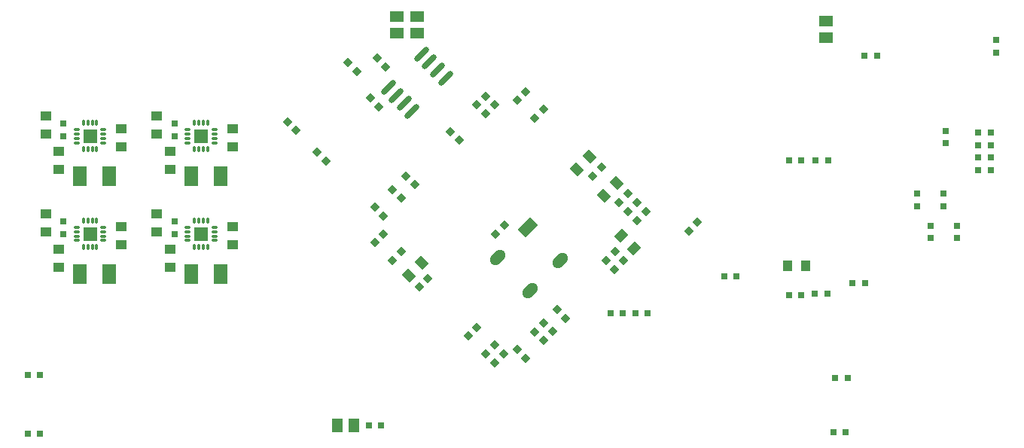
<source format=gbp>
%FSLAX44Y44*%
%MOMM*%
G71*
G01*
G75*
G04 Layer_Color=128*
%ADD10O,1.0000X0.3000*%
%ADD11O,0.3000X1.9000*%
%ADD12P,1.0776X4X180.0*%
%ADD13P,1.0776X4X90.0*%
G04:AMPARAMS|DCode=14|XSize=0.35mm|YSize=1.8mm|CornerRadius=0mm|HoleSize=0mm|Usage=FLASHONLY|Rotation=225.000|XOffset=0mm|YOffset=0mm|HoleType=Round|Shape=Round|*
%AMOVALD14*
21,1,1.4500,0.3500,0.0000,0.0000,315.0*
1,1,0.3500,-0.5127,0.5127*
1,1,0.3500,0.5127,-0.5127*
%
%ADD14OVALD14*%

G04:AMPARAMS|DCode=15|XSize=0.3mm|YSize=1.8mm|CornerRadius=0mm|HoleSize=0mm|Usage=FLASHONLY|Rotation=45.000|XOffset=0mm|YOffset=0mm|HoleType=Round|Shape=Round|*
%AMOVALD15*
21,1,1.5000,0.3000,0.0000,0.0000,135.0*
1,1,0.3000,0.5303,-0.5303*
1,1,0.3000,-0.5303,0.5303*
%
%ADD15OVALD15*%

G04:AMPARAMS|DCode=16|XSize=0.3mm|YSize=1.8mm|CornerRadius=0mm|HoleSize=0mm|Usage=FLASHONLY|Rotation=135.000|XOffset=0mm|YOffset=0mm|HoleType=Round|Shape=Round|*
%AMOVALD16*
21,1,1.5000,0.3000,0.0000,0.0000,225.0*
1,1,0.3000,0.5303,0.5303*
1,1,0.3000,-0.5303,-0.5303*
%
%ADD16OVALD16*%

%ADD17R,0.7620X0.7620*%
%ADD18O,1.7000X0.3500*%
%ADD19C,0.2000*%
%ADD20C,0.3000*%
%ADD21R,2.0555X2.7112*%
%ADD22R,2.1110X2.7620*%
%ADD23R,2.4665X2.5737*%
%ADD24R,2.1650X2.4540*%
%ADD25C,1.7780*%
%ADD26R,1.7780X1.7780*%
%ADD27C,6.3500*%
%ADD28C,1.5240*%
%ADD29R,1.5240X1.5240*%
%ADD30R,1.7780X1.7780*%
%ADD31C,0.5000*%
%ADD32C,0.6600*%
%ADD33C,1.0160*%
%ADD34C,2.0320*%
G04:AMPARAMS|DCode=35|XSize=2.54mm|YSize=2.54mm|CornerRadius=0mm|HoleSize=0mm|Usage=FLASHONLY|Rotation=0.000|XOffset=0mm|YOffset=0mm|HoleType=Round|Shape=Relief|Width=0.254mm|Gap=0.254mm|Entries=4|*
%AMTHD35*
7,0,0,2.5400,2.0320,0.2540,45*
%
%ADD35THD35*%
%ADD36C,4.1160*%
%ADD37C,1.3160*%
G04:AMPARAMS|DCode=38|XSize=1.824mm|YSize=1.824mm|CornerRadius=0mm|HoleSize=0mm|Usage=FLASHONLY|Rotation=0.000|XOffset=0mm|YOffset=0mm|HoleType=Round|Shape=Relief|Width=0.254mm|Gap=0.254mm|Entries=4|*
%AMTHD38*
7,0,0,1.8240,1.3160,0.2540,45*
%
%ADD38THD38*%
G04:AMPARAMS|DCode=39|XSize=1.854mm|YSize=1.854mm|CornerRadius=0mm|HoleSize=0mm|Usage=FLASHONLY|Rotation=0.000|XOffset=0mm|YOffset=0mm|HoleType=Round|Shape=Relief|Width=0.254mm|Gap=0.254mm|Entries=4|*
%AMTHD39*
7,0,0,1.8540,1.3460,0.2540,45*
%
%ADD39THD39*%
%ADD40C,1.3460*%
%ADD41R,1.3000X1.5000*%
%ADD42R,0.7620X0.7620*%
%ADD43R,1.0160X1.2700*%
%ADD44R,1.6000X1.6000*%
%ADD45O,0.3000X0.8000*%
%ADD46O,0.8000X0.3000*%
%ADD47R,1.2700X1.0160*%
G04:AMPARAMS|DCode=48|XSize=1.016mm|YSize=1.27mm|CornerRadius=0mm|HoleSize=0mm|Usage=FLASHONLY|Rotation=45.000|XOffset=0mm|YOffset=0mm|HoleType=Round|Shape=Rectangle|*
%AMROTATEDRECTD48*
4,1,4,0.0898,-0.8082,-0.8082,0.0898,-0.0898,0.8082,0.8082,-0.0898,0.0898,-0.8082,0.0*
%
%ADD48ROTATEDRECTD48*%

G04:AMPARAMS|DCode=49|XSize=1.016mm|YSize=1.27mm|CornerRadius=0mm|HoleSize=0mm|Usage=FLASHONLY|Rotation=135.000|XOffset=0mm|YOffset=0mm|HoleType=Round|Shape=Rectangle|*
%AMROTATEDRECTD49*
4,1,4,0.8082,0.0898,-0.0898,-0.8082,-0.8082,-0.0898,0.0898,0.8082,0.8082,0.0898,0.0*
%
%ADD49ROTATEDRECTD49*%

%ADD50R,1.6500X2.3000*%
G04:AMPARAMS|DCode=51|XSize=1.3mm|YSize=2mm|CornerRadius=0mm|HoleSize=0mm|Usage=FLASHONLY|Rotation=315.000|XOffset=0mm|YOffset=0mm|HoleType=Round|Shape=Round|*
%AMOVALD51*
21,1,0.7000,1.3000,0.0000,0.0000,45.0*
1,1,1.3000,-0.2475,-0.2475*
1,1,1.3000,0.2475,0.2475*
%
%ADD51OVALD51*%

G04:AMPARAMS|DCode=52|XSize=1.3mm|YSize=2mm|CornerRadius=0mm|HoleSize=0mm|Usage=FLASHONLY|Rotation=315.000|XOffset=0mm|YOffset=0mm|HoleType=Round|Shape=Rectangle|*
%AMROTATEDRECTD52*
4,1,4,-1.1667,-0.2475,0.2475,1.1667,1.1667,0.2475,-0.2475,-1.1667,-1.1667,-0.2475,0.0*
%
%ADD52ROTATEDRECTD52*%

%ADD53R,1.5000X1.3000*%
G04:AMPARAMS|DCode=54|XSize=0.7mm|YSize=2.1mm|CornerRadius=0mm|HoleSize=0mm|Usage=FLASHONLY|Rotation=135.000|XOffset=0mm|YOffset=0mm|HoleType=Round|Shape=Round|*
%AMOVALD54*
21,1,1.4000,0.7000,0.0000,0.0000,225.0*
1,1,0.7000,0.4950,0.4950*
1,1,0.7000,-0.4950,-0.4950*
%
%ADD54OVALD54*%

%ADD55C,0.4000*%
%ADD56C,2.0000*%
%ADD57C,0.2500*%
%ADD58C,0.6000*%
%ADD59C,0.1270*%
%ADD60C,0.2540*%
%ADD61C,0.1500*%
%ADD62C,0.5000*%
%ADD63O,1.2032X0.5032*%
%ADD64O,0.5032X2.1032*%
%ADD65P,1.3650X4X180.0*%
%ADD66P,1.3650X4X90.0*%
G04:AMPARAMS|DCode=67|XSize=0.5532mm|YSize=2.0032mm|CornerRadius=0mm|HoleSize=0mm|Usage=FLASHONLY|Rotation=225.000|XOffset=0mm|YOffset=0mm|HoleType=Round|Shape=Round|*
%AMOVALD67*
21,1,1.4500,0.5532,0.0000,0.0000,315.0*
1,1,0.5532,-0.5127,0.5127*
1,1,0.5532,0.5127,-0.5127*
%
%ADD67OVALD67*%

G04:AMPARAMS|DCode=68|XSize=0.5032mm|YSize=2.0032mm|CornerRadius=0mm|HoleSize=0mm|Usage=FLASHONLY|Rotation=45.000|XOffset=0mm|YOffset=0mm|HoleType=Round|Shape=Round|*
%AMOVALD68*
21,1,1.5000,0.5032,0.0000,0.0000,135.0*
1,1,0.5032,0.5303,-0.5303*
1,1,0.5032,-0.5303,0.5303*
%
%ADD68OVALD68*%

G04:AMPARAMS|DCode=69|XSize=0.5032mm|YSize=2.0032mm|CornerRadius=0mm|HoleSize=0mm|Usage=FLASHONLY|Rotation=135.000|XOffset=0mm|YOffset=0mm|HoleType=Round|Shape=Round|*
%AMOVALD69*
21,1,1.5000,0.5032,0.0000,0.0000,225.0*
1,1,0.5032,0.5303,0.5303*
1,1,0.5032,-0.5303,-0.5303*
%
%ADD69OVALD69*%

%ADD70R,0.9652X0.9652*%
%ADD71O,1.9032X0.5532*%
%ADD72C,1.9812*%
%ADD73R,1.9812X1.9812*%
%ADD74C,6.5532*%
%ADD75C,1.7272*%
%ADD76R,1.7272X1.7272*%
%ADD77R,1.9812X1.9812*%
%ADD78R,1.5032X1.7032*%
%ADD79R,0.9652X0.9652*%
%ADD80R,1.2192X1.4732*%
%ADD81R,1.8032X1.8032*%
%ADD82O,0.5032X1.0032*%
%ADD83O,1.0032X0.5032*%
%ADD84R,1.4732X1.2192*%
G04:AMPARAMS|DCode=85|XSize=1.2192mm|YSize=1.4732mm|CornerRadius=0mm|HoleSize=0mm|Usage=FLASHONLY|Rotation=45.000|XOffset=0mm|YOffset=0mm|HoleType=Round|Shape=Rectangle|*
%AMROTATEDRECTD85*
4,1,4,0.0898,-0.9519,-0.9519,0.0898,-0.0898,0.9519,0.9519,-0.0898,0.0898,-0.9519,0.0*
%
%ADD85ROTATEDRECTD85*%

G04:AMPARAMS|DCode=86|XSize=1.2192mm|YSize=1.4732mm|CornerRadius=0mm|HoleSize=0mm|Usage=FLASHONLY|Rotation=135.000|XOffset=0mm|YOffset=0mm|HoleType=Round|Shape=Rectangle|*
%AMROTATEDRECTD86*
4,1,4,0.9519,0.0898,-0.0898,-0.9519,-0.9519,-0.0898,0.0898,0.9519,0.9519,0.0898,0.0*
%
%ADD86ROTATEDRECTD86*%

%ADD87R,1.8532X2.5032*%
G04:AMPARAMS|DCode=88|XSize=1.5032mm|YSize=2.2032mm|CornerRadius=0mm|HoleSize=0mm|Usage=FLASHONLY|Rotation=315.000|XOffset=0mm|YOffset=0mm|HoleType=Round|Shape=Round|*
%AMOVALD88*
21,1,0.7000,1.5032,0.0000,0.0000,45.0*
1,1,1.5032,-0.2475,-0.2475*
1,1,1.5032,0.2475,0.2475*
%
%ADD88OVALD88*%

G04:AMPARAMS|DCode=89|XSize=1.5032mm|YSize=2.2032mm|CornerRadius=0mm|HoleSize=0mm|Usage=FLASHONLY|Rotation=315.000|XOffset=0mm|YOffset=0mm|HoleType=Round|Shape=Rectangle|*
%AMROTATEDRECTD89*
4,1,4,-1.3104,-0.2475,0.2475,1.3104,1.3104,0.2475,-0.2475,-1.3104,-1.3104,-0.2475,0.0*
%
%ADD89ROTATEDRECTD89*%

%ADD90R,1.7032X1.5032*%
G04:AMPARAMS|DCode=91|XSize=0.9032mm|YSize=2.3032mm|CornerRadius=0mm|HoleSize=0mm|Usage=FLASHONLY|Rotation=135.000|XOffset=0mm|YOffset=0mm|HoleType=Round|Shape=Round|*
%AMOVALD91*
21,1,1.4000,0.9032,0.0000,0.0000,225.0*
1,1,0.9032,0.4950,0.4950*
1,1,0.9032,-0.4950,-0.4950*
%
%ADD91OVALD91*%

D12*
X462500Y427500D02*
D03*
X452622Y437378D02*
D03*
X640000Y120000D02*
D03*
X630122Y129878D02*
D03*
X730000Y210000D02*
D03*
X720122Y219878D02*
D03*
X479878Y280122D02*
D03*
X470000Y290000D02*
D03*
X650000Y130000D02*
D03*
X640122Y139878D02*
D03*
X565000Y385000D02*
D03*
X574878Y375122D02*
D03*
X575000Y395000D02*
D03*
X584878Y385122D02*
D03*
X395000Y322000D02*
D03*
X385122Y331878D02*
D03*
X352000Y366000D02*
D03*
X361878Y356122D02*
D03*
X455000Y383000D02*
D03*
X445122Y392878D02*
D03*
X420000Y432500D02*
D03*
X429878Y422622D02*
D03*
X459878Y260122D02*
D03*
X450000Y270000D02*
D03*
X494878Y295122D02*
D03*
X485000Y305000D02*
D03*
X610122Y109878D02*
D03*
X620000Y100000D02*
D03*
X655122Y154878D02*
D03*
X665000Y145000D02*
D03*
X710122Y209878D02*
D03*
X720000Y200000D02*
D03*
X544878Y345122D02*
D03*
X535000Y355000D02*
D03*
D13*
X755000Y265000D02*
D03*
X745122Y255122D02*
D03*
X555000Y125000D02*
D03*
X564878Y134878D02*
D03*
X450000Y230000D02*
D03*
X459878Y239878D02*
D03*
X735000Y285000D02*
D03*
X725122Y275122D02*
D03*
X509878Y189878D02*
D03*
X500000Y180000D02*
D03*
X479878Y219878D02*
D03*
X470000Y210000D02*
D03*
X620000Y400000D02*
D03*
X610122Y390122D02*
D03*
X575000Y105000D02*
D03*
X584878Y114878D02*
D03*
X630122Y370122D02*
D03*
X640000Y380000D02*
D03*
X594878Y104878D02*
D03*
X585000Y95000D02*
D03*
X595878Y249878D02*
D03*
X586000Y240000D02*
D03*
X735122Y265122D02*
D03*
X745000Y275000D02*
D03*
X695122Y305122D02*
D03*
X705000Y315000D02*
D03*
X813000Y253000D02*
D03*
X803122Y243122D02*
D03*
D17*
X1075000Y248970D02*
D03*
Y235000D02*
D03*
X1105000Y248970D02*
D03*
Y235000D02*
D03*
X1090000Y271030D02*
D03*
Y285000D02*
D03*
X1060000Y271030D02*
D03*
Y285000D02*
D03*
X1092000Y342030D02*
D03*
Y356000D02*
D03*
X100000Y363970D02*
D03*
Y350000D02*
D03*
X100000Y253970D02*
D03*
Y240000D02*
D03*
X225000Y253970D02*
D03*
Y240000D02*
D03*
Y363970D02*
D03*
Y350000D02*
D03*
X1149000Y458000D02*
D03*
Y444030D02*
D03*
D41*
X407866Y24238D02*
D03*
X426866D02*
D03*
D42*
X457366D02*
D03*
X443396D02*
D03*
X1015000Y440000D02*
D03*
X1001030D02*
D03*
X715000Y151000D02*
D03*
X728970D02*
D03*
X843000Y192000D02*
D03*
X856970D02*
D03*
X757000Y151000D02*
D03*
X743030D02*
D03*
X958970Y172500D02*
D03*
X945000D02*
D03*
X1001470Y185000D02*
D03*
X987500D02*
D03*
X946030Y323000D02*
D03*
X960000D02*
D03*
X916030D02*
D03*
X930000D02*
D03*
X929970Y171000D02*
D03*
X916000D02*
D03*
X968000Y78000D02*
D03*
X981970D02*
D03*
X966000Y17000D02*
D03*
X979970D02*
D03*
X60000Y15000D02*
D03*
X73970D02*
D03*
X60000Y81000D02*
D03*
X73970D02*
D03*
X1128666Y339730D02*
D03*
X1142636D02*
D03*
X1142606Y325730D02*
D03*
X1128636D02*
D03*
X1142606Y311730D02*
D03*
X1128636Y311730D02*
D03*
X1128666Y353730D02*
D03*
X1142636D02*
D03*
D43*
X934780Y204000D02*
D03*
X914460D02*
D03*
D44*
X255000Y240000D02*
D03*
Y350000D02*
D03*
X130000D02*
D03*
X130000Y240000D02*
D03*
D45*
X247500Y225000D02*
D03*
X252500D02*
D03*
X257500D02*
D03*
X262500D02*
D03*
Y255000D02*
D03*
X257500D02*
D03*
X252500D02*
D03*
X247500D02*
D03*
Y335000D02*
D03*
X252500D02*
D03*
X257500D02*
D03*
X262500D02*
D03*
Y365000D02*
D03*
X257500D02*
D03*
X252500D02*
D03*
X247500D02*
D03*
X122500Y335000D02*
D03*
X127500D02*
D03*
X132500D02*
D03*
X137500D02*
D03*
Y365000D02*
D03*
X132500D02*
D03*
X127500D02*
D03*
X122500D02*
D03*
X122500Y225000D02*
D03*
X127500D02*
D03*
X132500D02*
D03*
X137500D02*
D03*
Y255000D02*
D03*
X132500D02*
D03*
X127500D02*
D03*
X122500D02*
D03*
D46*
X270000Y232500D02*
D03*
Y237500D02*
D03*
Y242500D02*
D03*
Y247500D02*
D03*
X240000D02*
D03*
Y242500D02*
D03*
Y237500D02*
D03*
Y232500D02*
D03*
X270000Y342500D02*
D03*
Y347500D02*
D03*
Y352500D02*
D03*
Y357500D02*
D03*
X240000D02*
D03*
Y352500D02*
D03*
Y347500D02*
D03*
Y342500D02*
D03*
X145000D02*
D03*
Y347500D02*
D03*
Y352500D02*
D03*
Y357500D02*
D03*
X115000D02*
D03*
Y352500D02*
D03*
Y347500D02*
D03*
Y342500D02*
D03*
X145000Y232500D02*
D03*
Y237500D02*
D03*
Y242500D02*
D03*
Y247500D02*
D03*
X115000D02*
D03*
Y242500D02*
D03*
Y237500D02*
D03*
Y232500D02*
D03*
D47*
X165000Y247780D02*
D03*
Y227460D02*
D03*
X95000Y202220D02*
D03*
Y222540D02*
D03*
X95000Y312220D02*
D03*
Y332540D02*
D03*
X290000Y247780D02*
D03*
Y227460D02*
D03*
X220000Y312220D02*
D03*
Y332540D02*
D03*
X205000Y352220D02*
D03*
Y372540D02*
D03*
X165000Y357780D02*
D03*
Y337460D02*
D03*
X220000Y202220D02*
D03*
Y222540D02*
D03*
X290000Y357780D02*
D03*
Y337460D02*
D03*
X205000Y242220D02*
D03*
Y262540D02*
D03*
X80000Y242220D02*
D03*
Y262540D02*
D03*
X80000Y352220D02*
D03*
Y372540D02*
D03*
D48*
X502572Y207572D02*
D03*
X488204Y193204D02*
D03*
X707428Y282428D02*
D03*
X721796Y296796D02*
D03*
X691796Y326796D02*
D03*
X677428Y312428D02*
D03*
D49*
X727428Y237572D02*
D03*
X741796Y223204D02*
D03*
D50*
X118490Y305000D02*
D03*
X151500D02*
D03*
X118490Y195000D02*
D03*
X151500D02*
D03*
X243490Y195000D02*
D03*
X276500D02*
D03*
X243490Y305000D02*
D03*
X276500D02*
D03*
D51*
X588059Y213059D02*
D03*
X624828Y176289D02*
D03*
X658770Y210230D02*
D03*
D52*
X622000Y247000D02*
D03*
D53*
X475000Y484500D02*
D03*
Y465500D02*
D03*
X497500Y484500D02*
D03*
Y465500D02*
D03*
X957500Y479500D02*
D03*
Y460500D02*
D03*
D54*
X492232Y377791D02*
D03*
X483252Y386772D02*
D03*
X474272Y395752D02*
D03*
X465291Y404732D02*
D03*
X529709Y415268D02*
D03*
X520728Y424248D02*
D03*
X511748Y433228D02*
D03*
X502768Y442209D02*
D03*
M02*

</source>
